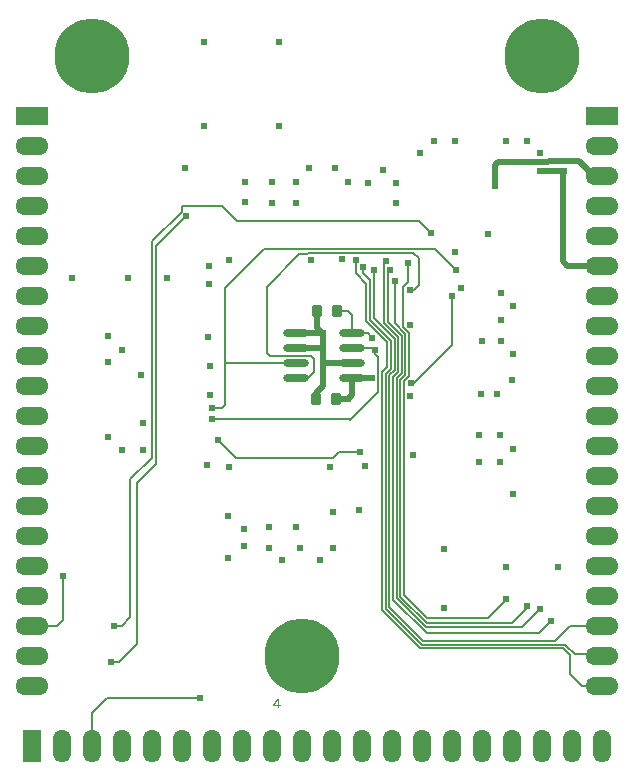
<source format=gbl>
G04*
G04 #@! TF.GenerationSoftware,Altium Limited,Altium Designer,18.1.9 (240)*
G04*
G04 Layer_Physical_Order=4*
G04 Layer_Color=16711680*
%FSLAX25Y25*%
%MOIN*%
G70*
G01*
G75*
%ADD16C,0.00800*%
G04:AMPARAMS|DCode=21|XSize=39.37mil|YSize=35.43mil|CornerRadius=4.43mil|HoleSize=0mil|Usage=FLASHONLY|Rotation=270.000|XOffset=0mil|YOffset=0mil|HoleType=Round|Shape=RoundedRectangle|*
%AMROUNDEDRECTD21*
21,1,0.03937,0.02657,0,0,270.0*
21,1,0.03051,0.03543,0,0,270.0*
1,1,0.00886,-0.01329,-0.01526*
1,1,0.00886,-0.01329,0.01526*
1,1,0.00886,0.01329,0.01526*
1,1,0.00886,0.01329,-0.01526*
%
%ADD21ROUNDEDRECTD21*%
%ADD45C,0.02000*%
%ADD47C,0.00600*%
%ADD48C,0.25000*%
%ADD49R,0.11000X0.06000*%
%ADD50O,0.11000X0.06000*%
%ADD51R,0.06000X0.11000*%
%ADD52O,0.06000X0.11000*%
%ADD53C,0.02400*%
%ADD60O,0.08661X0.02362*%
G36*
X191113Y121702D02*
X191607D01*
Y121165D01*
X191113D01*
Y120500D01*
X190518D01*
Y121165D01*
X189000D01*
Y121686D01*
X190274Y123760D01*
X191113D01*
Y121702D01*
D02*
G37*
%LPC*%
G36*
X190526Y123170D02*
X189596Y121702D01*
X190526D01*
Y123170D01*
D02*
G37*
%LPD*%
D16*
X237500Y283000D02*
X241500Y279000D01*
X177000Y283000D02*
X237500D01*
X172000Y288000D02*
X177000Y283000D01*
X158500Y288000D02*
X172000D01*
X158500Y286111D02*
Y288000D01*
X148600Y276211D02*
X158500Y286111D01*
X148600Y204100D02*
Y276211D01*
X141300Y196800D02*
X148600Y204100D01*
X150000Y274500D02*
X160000Y284500D01*
X150000Y202000D02*
Y274500D01*
X143500Y195500D02*
X150000Y202000D01*
X143500Y142000D02*
Y195500D01*
X141300Y150800D02*
Y196800D01*
X138500Y148000D02*
X141300Y150800D01*
X136000Y148000D02*
X138500D01*
X137500Y136000D02*
X143500Y142000D01*
X135000Y136000D02*
X137500D01*
D21*
X209846Y223500D02*
D03*
X203153D02*
D03*
X210347Y253000D02*
D03*
X203654D02*
D03*
D45*
X209846Y223500D02*
X214000D01*
X203153D02*
Y225654D01*
X205500Y228000D01*
X196551Y245500D02*
X205500D01*
X203654Y247346D02*
Y253000D01*
Y247346D02*
X205500Y245500D01*
Y240500D02*
Y245500D01*
X196551Y240500D02*
X205500D01*
Y235500D02*
X215449D01*
X205500Y228000D02*
Y235500D01*
Y240500D01*
X215449Y230500D02*
X222000D01*
X215449Y224949D02*
Y230500D01*
X214000Y223500D02*
X215449Y224949D01*
X287000Y268000D02*
X298500D01*
X285500Y269500D02*
X287000Y268000D01*
X285500Y269500D02*
Y299000D01*
X286000Y299500D01*
X278000D02*
X282000D01*
X286000D01*
X296000Y298000D02*
X298500D01*
X291000Y303000D02*
X296000Y298000D01*
X281000Y303000D02*
X291000D01*
X280500Y302500D02*
X281000Y303000D01*
X264000Y302500D02*
X280500D01*
X263000Y301500D02*
X264000Y302500D01*
X263000Y294500D02*
Y301500D01*
D47*
X133500Y124000D02*
X164500D01*
X128500Y119000D02*
X133500Y124000D01*
X128500Y108000D02*
Y119000D01*
X288000Y148000D02*
X298500D01*
X219000Y265500D02*
Y267500D01*
X289500Y138500D02*
X298000D01*
X298500Y138000D01*
X216500Y265500D02*
Y270000D01*
X288000Y132000D02*
Y138303D01*
Y132000D02*
X292000Y128000D01*
X298500D01*
X225900Y268900D02*
X226500Y269500D01*
X273500Y154000D02*
Y154500D01*
X227400Y265900D02*
X228000Y266500D01*
X227400Y249236D02*
Y265900D01*
X225900Y249039D02*
Y268900D01*
X234000Y262470D02*
Y269000D01*
X232400Y260870D02*
X234000Y262470D01*
X173000Y235500D02*
X196551D01*
Y230500D02*
X200500D01*
X202500Y232500D01*
Y237000D01*
X201500Y238000D02*
X202500Y237000D01*
X188000Y238000D02*
X201500D01*
X187000Y239000D02*
X188000Y238000D01*
X219000Y265500D02*
X221300Y263200D01*
X216500Y265500D02*
X220100Y261900D01*
X222500Y250500D02*
Y266500D01*
X221300Y250003D02*
Y263200D01*
X220100Y249506D02*
Y261900D01*
X187000Y239000D02*
Y261000D01*
X197800Y271800D01*
X242873Y273627D02*
X250000Y266500D01*
X197800Y271800D02*
X200330D01*
X200957Y272427D01*
X235573D01*
X237500Y270500D01*
Y261500D02*
Y270500D01*
X236000Y260000D02*
X237500Y261500D01*
X234500Y260000D02*
X236000D01*
X215449Y240500D02*
X222500D01*
X223000Y240000D01*
X232400Y247630D02*
X234300Y245730D01*
X232400Y247630D02*
Y260870D01*
X229500Y248833D02*
X233100Y245233D01*
X229500Y248833D02*
Y263000D01*
X227400Y249236D02*
X231900Y244736D01*
X225900Y249039D02*
X230700Y244239D01*
X222500Y250500D02*
X229500Y243500D01*
X221300Y250003D02*
X228300Y243003D01*
X220100Y249506D02*
X227100Y242506D01*
X248500Y241500D02*
Y258000D01*
X236000Y229000D02*
X248500Y241500D01*
X233100Y231767D02*
Y245233D01*
X231900Y232264D02*
Y244736D01*
X230700Y232761D02*
Y244239D01*
X229500Y233258D02*
Y243500D01*
X228300Y233755D02*
Y243003D01*
X227100Y234252D02*
Y242506D01*
X225373Y232525D02*
X227100Y234252D01*
X226573Y232028D02*
X228300Y233755D01*
X227773Y231531D02*
X229500Y233258D01*
X228973Y231034D02*
X230700Y232761D01*
X230173Y230537D02*
X231900Y232264D01*
X231373Y230040D02*
X233100Y231767D01*
X234300Y231270D02*
Y245730D01*
X232573Y229543D02*
X234300Y231270D01*
X227773Y154227D02*
Y231531D01*
X226573Y153730D02*
Y232028D01*
X225373Y153233D02*
Y232525D01*
X235000Y229000D02*
X236000D01*
X224100Y226100D02*
Y231370D01*
X224000Y231470D02*
X224100Y231370D01*
X224000Y231470D02*
Y237500D01*
X223000Y238500D02*
Y240000D01*
Y238500D02*
X224000Y237500D01*
X215449Y245500D02*
Y251551D01*
X214000Y253000D02*
X215449Y251551D01*
X210347Y253000D02*
X214000D01*
X215449Y245500D02*
X220500D01*
X222000Y244000D01*
X225373Y153233D02*
X238106Y140500D01*
X285803D01*
X288000Y138303D01*
X226573Y153730D02*
X238603Y141700D01*
X286300D01*
X289500Y138500D01*
X227773Y154227D02*
X239100Y142900D01*
X282900D01*
X288000Y148000D01*
X277500Y145500D02*
X281500Y149500D01*
X272000Y147500D02*
X278000Y153500D01*
X268500Y149000D02*
X273500Y154000D01*
X228973Y156773D02*
X240246Y145500D01*
X230173Y157270D02*
X239943Y147500D01*
X231373Y157767D02*
X240140Y149000D01*
X232573Y158264D02*
X240337Y150500D01*
X232573Y158264D02*
Y229543D01*
X231373Y157767D02*
Y230040D01*
X240140Y149000D02*
X268500D01*
X230173Y157270D02*
Y230537D01*
X239943Y147500D02*
X272000D01*
X228973Y156773D02*
Y231034D01*
X240246Y145500D02*
X277500D01*
X240337Y150500D02*
X260500D01*
X266000Y156500D02*
X266500Y157000D01*
X260500Y150500D02*
X266000Y156000D01*
Y156500D01*
X214500Y216500D02*
X224100Y226100D01*
X214201Y216799D02*
X214500Y216500D01*
X168500Y216799D02*
X214201D01*
X172000Y220500D02*
X173000Y221500D01*
X168500Y220500D02*
X172000D01*
X173000Y260500D02*
X186127Y273627D01*
X242873D01*
X173000Y221500D02*
Y235500D01*
Y260500D01*
X170500Y210000D02*
X176500Y204000D01*
X209000D01*
X211000Y206000D01*
X218000D01*
X119000Y150000D02*
Y164500D01*
X117000Y148000D02*
X119000Y150000D01*
X108500Y148000D02*
X117000D01*
D48*
X198500Y138000D02*
D03*
X128500Y338000D02*
D03*
X278500D02*
D03*
D49*
X108500Y318000D02*
D03*
X298500D02*
D03*
D50*
X108500Y308000D02*
D03*
Y298000D02*
D03*
Y288000D02*
D03*
Y278000D02*
D03*
Y268000D02*
D03*
Y258000D02*
D03*
Y248000D02*
D03*
Y238000D02*
D03*
Y228000D02*
D03*
Y218000D02*
D03*
Y208000D02*
D03*
Y198000D02*
D03*
Y188000D02*
D03*
Y178000D02*
D03*
Y168000D02*
D03*
Y158000D02*
D03*
Y148000D02*
D03*
Y138000D02*
D03*
Y128000D02*
D03*
X298500Y308000D02*
D03*
Y298000D02*
D03*
Y288000D02*
D03*
Y278000D02*
D03*
Y268000D02*
D03*
Y258000D02*
D03*
Y248000D02*
D03*
Y238000D02*
D03*
Y228000D02*
D03*
Y218000D02*
D03*
Y208000D02*
D03*
Y198000D02*
D03*
Y188000D02*
D03*
Y178000D02*
D03*
Y168000D02*
D03*
Y158000D02*
D03*
Y148000D02*
D03*
Y138000D02*
D03*
Y128000D02*
D03*
D51*
X108500Y108000D02*
D03*
D52*
X118500D02*
D03*
X128500D02*
D03*
X138500D02*
D03*
X148500D02*
D03*
X158500D02*
D03*
X168500D02*
D03*
X178500D02*
D03*
X188500D02*
D03*
X198500D02*
D03*
X208500D02*
D03*
X218500D02*
D03*
X228500D02*
D03*
X238500D02*
D03*
X248500D02*
D03*
X258500D02*
D03*
X268500D02*
D03*
X278500D02*
D03*
X288500D02*
D03*
X298500D02*
D03*
D53*
X122000Y264000D02*
D03*
X140500D02*
D03*
X266500Y167500D02*
D03*
X284000D02*
D03*
X258244Y225244D02*
D03*
X263756Y225256D02*
D03*
X268500Y230000D02*
D03*
X179256Y174744D02*
D03*
X174000Y170500D02*
D03*
Y184500D02*
D03*
X179256Y180256D02*
D03*
X241500Y279000D02*
D03*
X160000Y284500D02*
D03*
X174425Y269925D02*
D03*
X167500Y268000D02*
D03*
X179654Y289154D02*
D03*
X211827Y270327D02*
D03*
X234705Y248295D02*
D03*
X234673Y224673D02*
D03*
X235512Y204988D02*
D03*
X219701Y201201D02*
D03*
X207890Y201110D02*
D03*
X174425Y201075D02*
D03*
X167000Y201500D02*
D03*
X167984Y234516D02*
D03*
X167575Y262075D02*
D03*
X168000Y225000D02*
D03*
X145500Y206500D02*
D03*
X138500D02*
D03*
X134000Y211000D02*
D03*
Y236000D02*
D03*
Y244500D02*
D03*
X138500Y240000D02*
D03*
X159500Y300500D02*
D03*
X179500Y296000D02*
D03*
X196500D02*
D03*
X209500Y300500D02*
D03*
X201000D02*
D03*
X225500Y300000D02*
D03*
X242500Y309500D02*
D03*
X249500D02*
D03*
X273500D02*
D03*
X266500D02*
D03*
X238000Y305500D02*
D03*
X278000D02*
D03*
X260500Y278500D02*
D03*
X269000Y254500D02*
D03*
Y238500D02*
D03*
X265000Y243000D02*
D03*
Y250000D02*
D03*
Y259000D02*
D03*
X269000Y207000D02*
D03*
X264500Y202500D02*
D03*
Y211500D02*
D03*
X269000Y192000D02*
D03*
X164500Y124000D02*
D03*
X145500Y215500D02*
D03*
X145000Y231500D02*
D03*
X214000Y223500D02*
D03*
X205500Y245500D02*
D03*
Y240500D02*
D03*
X222000Y230500D02*
D03*
X258500Y243000D02*
D03*
X167358Y244358D02*
D03*
X201500Y270000D02*
D03*
X257500Y211500D02*
D03*
Y202500D02*
D03*
X204500Y170000D02*
D03*
X209000Y174000D02*
D03*
X192000Y170000D02*
D03*
X187500Y174000D02*
D03*
Y181000D02*
D03*
X196500D02*
D03*
X198000Y174000D02*
D03*
X196500Y289000D02*
D03*
X188500Y296000D02*
D03*
Y289000D02*
D03*
X278000Y299500D02*
D03*
X282000D02*
D03*
X286000D02*
D03*
X216500Y270000D02*
D03*
X219000Y267500D02*
D03*
X222500Y266500D02*
D03*
X226500Y269500D02*
D03*
X234000Y269000D02*
D03*
X249500Y272500D02*
D03*
X251500Y260500D02*
D03*
X248500Y258000D02*
D03*
X234500Y260000D02*
D03*
X250000Y266500D02*
D03*
X217500Y186500D02*
D03*
X209000Y186000D02*
D03*
X191000Y342500D02*
D03*
X166000D02*
D03*
Y314500D02*
D03*
X191000D02*
D03*
X230000Y289000D02*
D03*
Y295500D02*
D03*
X220500D02*
D03*
X214000Y296000D02*
D03*
X281500Y149500D02*
D03*
X278000Y153500D02*
D03*
X273500Y154500D02*
D03*
X229500Y263000D02*
D03*
X228000Y266500D02*
D03*
X235000Y229000D02*
D03*
X223000Y240000D02*
D03*
X153500Y264000D02*
D03*
X222000Y244000D02*
D03*
X263000Y294500D02*
D03*
X266500Y157000D02*
D03*
X246000Y173500D02*
D03*
Y154000D02*
D03*
X168500Y220500D02*
D03*
Y216799D02*
D03*
X170500Y210000D02*
D03*
X218000Y206000D02*
D03*
X136000Y148000D02*
D03*
X135000Y136000D02*
D03*
X119000Y164500D02*
D03*
D60*
X215449Y245500D02*
D03*
Y240500D02*
D03*
Y235500D02*
D03*
Y230500D02*
D03*
X196551Y245500D02*
D03*
Y240500D02*
D03*
Y235500D02*
D03*
Y230500D02*
D03*
M02*

</source>
